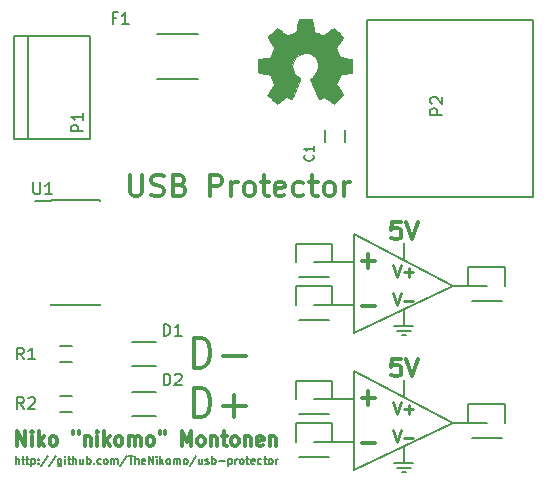
<source format=gto>
G04 #@! TF.FileFunction,Legend,Top*
%FSLAX46Y46*%
G04 Gerber Fmt 4.6, Leading zero omitted, Abs format (unit mm)*
G04 Created by KiCad (PCBNEW (2015-06-20 BZR 5796, Git fe7bc27)-product) date 22.6.2015 5:54:44*
%MOMM*%
G01*
G04 APERTURE LIST*
%ADD10C,0.100000*%
%ADD11C,0.150000*%
%ADD12C,0.300000*%
%ADD13C,0.200000*%
%ADD14C,0.250000*%
%ADD15C,0.002540*%
G04 APERTURE END LIST*
D10*
D11*
X100734525Y-98694048D02*
X100734525Y-98044048D01*
X101013096Y-98694048D02*
X101013096Y-98353571D01*
X100982144Y-98291667D01*
X100920239Y-98260714D01*
X100827382Y-98260714D01*
X100765477Y-98291667D01*
X100734525Y-98322619D01*
X101229763Y-98260714D02*
X101477382Y-98260714D01*
X101322620Y-98044048D02*
X101322620Y-98601190D01*
X101353572Y-98663095D01*
X101415477Y-98694048D01*
X101477382Y-98694048D01*
X101601192Y-98260714D02*
X101848811Y-98260714D01*
X101694049Y-98044048D02*
X101694049Y-98601190D01*
X101725001Y-98663095D01*
X101786906Y-98694048D01*
X101848811Y-98694048D01*
X102065478Y-98260714D02*
X102065478Y-98910714D01*
X102065478Y-98291667D02*
X102127383Y-98260714D01*
X102251192Y-98260714D01*
X102313097Y-98291667D01*
X102344049Y-98322619D01*
X102375002Y-98384524D01*
X102375002Y-98570238D01*
X102344049Y-98632143D01*
X102313097Y-98663095D01*
X102251192Y-98694048D01*
X102127383Y-98694048D01*
X102065478Y-98663095D01*
X102653573Y-98632143D02*
X102684525Y-98663095D01*
X102653573Y-98694048D01*
X102622621Y-98663095D01*
X102653573Y-98632143D01*
X102653573Y-98694048D01*
X102653573Y-98291667D02*
X102684525Y-98322619D01*
X102653573Y-98353571D01*
X102622621Y-98322619D01*
X102653573Y-98291667D01*
X102653573Y-98353571D01*
X103427383Y-98013095D02*
X102870240Y-98848810D01*
X104108335Y-98013095D02*
X103551192Y-98848810D01*
X104603572Y-98260714D02*
X104603572Y-98786905D01*
X104572620Y-98848810D01*
X104541668Y-98879762D01*
X104479763Y-98910714D01*
X104386906Y-98910714D01*
X104325001Y-98879762D01*
X104603572Y-98663095D02*
X104541668Y-98694048D01*
X104417858Y-98694048D01*
X104355953Y-98663095D01*
X104325001Y-98632143D01*
X104294049Y-98570238D01*
X104294049Y-98384524D01*
X104325001Y-98322619D01*
X104355953Y-98291667D01*
X104417858Y-98260714D01*
X104541668Y-98260714D01*
X104603572Y-98291667D01*
X104913096Y-98694048D02*
X104913096Y-98260714D01*
X104913096Y-98044048D02*
X104882144Y-98075000D01*
X104913096Y-98105952D01*
X104944048Y-98075000D01*
X104913096Y-98044048D01*
X104913096Y-98105952D01*
X105129763Y-98260714D02*
X105377382Y-98260714D01*
X105222620Y-98044048D02*
X105222620Y-98601190D01*
X105253572Y-98663095D01*
X105315477Y-98694048D01*
X105377382Y-98694048D01*
X105594049Y-98694048D02*
X105594049Y-98044048D01*
X105872620Y-98694048D02*
X105872620Y-98353571D01*
X105841668Y-98291667D01*
X105779763Y-98260714D01*
X105686906Y-98260714D01*
X105625001Y-98291667D01*
X105594049Y-98322619D01*
X106460715Y-98260714D02*
X106460715Y-98694048D01*
X106182144Y-98260714D02*
X106182144Y-98601190D01*
X106213096Y-98663095D01*
X106275001Y-98694048D01*
X106367858Y-98694048D01*
X106429763Y-98663095D01*
X106460715Y-98632143D01*
X106770239Y-98694048D02*
X106770239Y-98044048D01*
X106770239Y-98291667D02*
X106832144Y-98260714D01*
X106955953Y-98260714D01*
X107017858Y-98291667D01*
X107048810Y-98322619D01*
X107079763Y-98384524D01*
X107079763Y-98570238D01*
X107048810Y-98632143D01*
X107017858Y-98663095D01*
X106955953Y-98694048D01*
X106832144Y-98694048D01*
X106770239Y-98663095D01*
X107358334Y-98632143D02*
X107389286Y-98663095D01*
X107358334Y-98694048D01*
X107327382Y-98663095D01*
X107358334Y-98632143D01*
X107358334Y-98694048D01*
X107946429Y-98663095D02*
X107884525Y-98694048D01*
X107760715Y-98694048D01*
X107698810Y-98663095D01*
X107667858Y-98632143D01*
X107636906Y-98570238D01*
X107636906Y-98384524D01*
X107667858Y-98322619D01*
X107698810Y-98291667D01*
X107760715Y-98260714D01*
X107884525Y-98260714D01*
X107946429Y-98291667D01*
X108317858Y-98694048D02*
X108255953Y-98663095D01*
X108225001Y-98632143D01*
X108194049Y-98570238D01*
X108194049Y-98384524D01*
X108225001Y-98322619D01*
X108255953Y-98291667D01*
X108317858Y-98260714D01*
X108410715Y-98260714D01*
X108472620Y-98291667D01*
X108503572Y-98322619D01*
X108534525Y-98384524D01*
X108534525Y-98570238D01*
X108503572Y-98632143D01*
X108472620Y-98663095D01*
X108410715Y-98694048D01*
X108317858Y-98694048D01*
X108813096Y-98694048D02*
X108813096Y-98260714D01*
X108813096Y-98322619D02*
X108844048Y-98291667D01*
X108905953Y-98260714D01*
X108998810Y-98260714D01*
X109060715Y-98291667D01*
X109091667Y-98353571D01*
X109091667Y-98694048D01*
X109091667Y-98353571D02*
X109122620Y-98291667D01*
X109184524Y-98260714D01*
X109277382Y-98260714D01*
X109339286Y-98291667D01*
X109370239Y-98353571D01*
X109370239Y-98694048D01*
X110144049Y-98013095D02*
X109586906Y-98848810D01*
X110267858Y-98044048D02*
X110639286Y-98044048D01*
X110453572Y-98694048D02*
X110453572Y-98044048D01*
X110855953Y-98694048D02*
X110855953Y-98044048D01*
X111134524Y-98694048D02*
X111134524Y-98353571D01*
X111103572Y-98291667D01*
X111041667Y-98260714D01*
X110948810Y-98260714D01*
X110886905Y-98291667D01*
X110855953Y-98322619D01*
X111691667Y-98663095D02*
X111629762Y-98694048D01*
X111505953Y-98694048D01*
X111444048Y-98663095D01*
X111413096Y-98601190D01*
X111413096Y-98353571D01*
X111444048Y-98291667D01*
X111505953Y-98260714D01*
X111629762Y-98260714D01*
X111691667Y-98291667D01*
X111722619Y-98353571D01*
X111722619Y-98415476D01*
X111413096Y-98477381D01*
X112001191Y-98694048D02*
X112001191Y-98044048D01*
X112372619Y-98694048D01*
X112372619Y-98044048D01*
X112682143Y-98694048D02*
X112682143Y-98260714D01*
X112682143Y-98044048D02*
X112651191Y-98075000D01*
X112682143Y-98105952D01*
X112713095Y-98075000D01*
X112682143Y-98044048D01*
X112682143Y-98105952D01*
X112991667Y-98694048D02*
X112991667Y-98044048D01*
X113053572Y-98446429D02*
X113239286Y-98694048D01*
X113239286Y-98260714D02*
X112991667Y-98508333D01*
X113610714Y-98694048D02*
X113548809Y-98663095D01*
X113517857Y-98632143D01*
X113486905Y-98570238D01*
X113486905Y-98384524D01*
X113517857Y-98322619D01*
X113548809Y-98291667D01*
X113610714Y-98260714D01*
X113703571Y-98260714D01*
X113765476Y-98291667D01*
X113796428Y-98322619D01*
X113827381Y-98384524D01*
X113827381Y-98570238D01*
X113796428Y-98632143D01*
X113765476Y-98663095D01*
X113703571Y-98694048D01*
X113610714Y-98694048D01*
X114105952Y-98694048D02*
X114105952Y-98260714D01*
X114105952Y-98322619D02*
X114136904Y-98291667D01*
X114198809Y-98260714D01*
X114291666Y-98260714D01*
X114353571Y-98291667D01*
X114384523Y-98353571D01*
X114384523Y-98694048D01*
X114384523Y-98353571D02*
X114415476Y-98291667D01*
X114477380Y-98260714D01*
X114570238Y-98260714D01*
X114632142Y-98291667D01*
X114663095Y-98353571D01*
X114663095Y-98694048D01*
X115065476Y-98694048D02*
X115003571Y-98663095D01*
X114972619Y-98632143D01*
X114941667Y-98570238D01*
X114941667Y-98384524D01*
X114972619Y-98322619D01*
X115003571Y-98291667D01*
X115065476Y-98260714D01*
X115158333Y-98260714D01*
X115220238Y-98291667D01*
X115251190Y-98322619D01*
X115282143Y-98384524D01*
X115282143Y-98570238D01*
X115251190Y-98632143D01*
X115220238Y-98663095D01*
X115158333Y-98694048D01*
X115065476Y-98694048D01*
X116025000Y-98013095D02*
X115467857Y-98848810D01*
X116520237Y-98260714D02*
X116520237Y-98694048D01*
X116241666Y-98260714D02*
X116241666Y-98601190D01*
X116272618Y-98663095D01*
X116334523Y-98694048D01*
X116427380Y-98694048D01*
X116489285Y-98663095D01*
X116520237Y-98632143D01*
X116798809Y-98663095D02*
X116860713Y-98694048D01*
X116984523Y-98694048D01*
X117046428Y-98663095D01*
X117077380Y-98601190D01*
X117077380Y-98570238D01*
X117046428Y-98508333D01*
X116984523Y-98477381D01*
X116891666Y-98477381D01*
X116829761Y-98446429D01*
X116798809Y-98384524D01*
X116798809Y-98353571D01*
X116829761Y-98291667D01*
X116891666Y-98260714D01*
X116984523Y-98260714D01*
X117046428Y-98291667D01*
X117355951Y-98694048D02*
X117355951Y-98044048D01*
X117355951Y-98291667D02*
X117417856Y-98260714D01*
X117541665Y-98260714D01*
X117603570Y-98291667D01*
X117634522Y-98322619D01*
X117665475Y-98384524D01*
X117665475Y-98570238D01*
X117634522Y-98632143D01*
X117603570Y-98663095D01*
X117541665Y-98694048D01*
X117417856Y-98694048D01*
X117355951Y-98663095D01*
X117944046Y-98446429D02*
X118439284Y-98446429D01*
X118748808Y-98260714D02*
X118748808Y-98910714D01*
X118748808Y-98291667D02*
X118810713Y-98260714D01*
X118934522Y-98260714D01*
X118996427Y-98291667D01*
X119027379Y-98322619D01*
X119058332Y-98384524D01*
X119058332Y-98570238D01*
X119027379Y-98632143D01*
X118996427Y-98663095D01*
X118934522Y-98694048D01*
X118810713Y-98694048D01*
X118748808Y-98663095D01*
X119336903Y-98694048D02*
X119336903Y-98260714D01*
X119336903Y-98384524D02*
X119367855Y-98322619D01*
X119398808Y-98291667D01*
X119460712Y-98260714D01*
X119522617Y-98260714D01*
X119832141Y-98694048D02*
X119770236Y-98663095D01*
X119739284Y-98632143D01*
X119708332Y-98570238D01*
X119708332Y-98384524D01*
X119739284Y-98322619D01*
X119770236Y-98291667D01*
X119832141Y-98260714D01*
X119924998Y-98260714D01*
X119986903Y-98291667D01*
X120017855Y-98322619D01*
X120048808Y-98384524D01*
X120048808Y-98570238D01*
X120017855Y-98632143D01*
X119986903Y-98663095D01*
X119924998Y-98694048D01*
X119832141Y-98694048D01*
X120234522Y-98260714D02*
X120482141Y-98260714D01*
X120327379Y-98044048D02*
X120327379Y-98601190D01*
X120358331Y-98663095D01*
X120420236Y-98694048D01*
X120482141Y-98694048D01*
X120946427Y-98663095D02*
X120884522Y-98694048D01*
X120760713Y-98694048D01*
X120698808Y-98663095D01*
X120667856Y-98601190D01*
X120667856Y-98353571D01*
X120698808Y-98291667D01*
X120760713Y-98260714D01*
X120884522Y-98260714D01*
X120946427Y-98291667D01*
X120977379Y-98353571D01*
X120977379Y-98415476D01*
X120667856Y-98477381D01*
X121534522Y-98663095D02*
X121472618Y-98694048D01*
X121348808Y-98694048D01*
X121286903Y-98663095D01*
X121255951Y-98632143D01*
X121224999Y-98570238D01*
X121224999Y-98384524D01*
X121255951Y-98322619D01*
X121286903Y-98291667D01*
X121348808Y-98260714D01*
X121472618Y-98260714D01*
X121534522Y-98291667D01*
X121720237Y-98260714D02*
X121967856Y-98260714D01*
X121813094Y-98044048D02*
X121813094Y-98601190D01*
X121844046Y-98663095D01*
X121905951Y-98694048D01*
X121967856Y-98694048D01*
X122277380Y-98694048D02*
X122215475Y-98663095D01*
X122184523Y-98632143D01*
X122153571Y-98570238D01*
X122153571Y-98384524D01*
X122184523Y-98322619D01*
X122215475Y-98291667D01*
X122277380Y-98260714D01*
X122370237Y-98260714D01*
X122432142Y-98291667D01*
X122463094Y-98322619D01*
X122494047Y-98384524D01*
X122494047Y-98570238D01*
X122463094Y-98632143D01*
X122432142Y-98663095D01*
X122370237Y-98694048D01*
X122277380Y-98694048D01*
X122772618Y-98694048D02*
X122772618Y-98260714D01*
X122772618Y-98384524D02*
X122803570Y-98322619D01*
X122834523Y-98291667D01*
X122896427Y-98260714D01*
X122958332Y-98260714D01*
D12*
X100857143Y-97142857D02*
X100857143Y-95942857D01*
X101542858Y-97142857D01*
X101542858Y-95942857D01*
X102114286Y-97142857D02*
X102114286Y-96342857D01*
X102114286Y-95942857D02*
X102057143Y-96000000D01*
X102114286Y-96057143D01*
X102171429Y-96000000D01*
X102114286Y-95942857D01*
X102114286Y-96057143D01*
X102685715Y-97142857D02*
X102685715Y-95942857D01*
X102800001Y-96685714D02*
X103142858Y-97142857D01*
X103142858Y-96342857D02*
X102685715Y-96800000D01*
X103828573Y-97142857D02*
X103714287Y-97085714D01*
X103657144Y-97028571D01*
X103600001Y-96914286D01*
X103600001Y-96571429D01*
X103657144Y-96457143D01*
X103714287Y-96400000D01*
X103828573Y-96342857D01*
X104000001Y-96342857D01*
X104114287Y-96400000D01*
X104171430Y-96457143D01*
X104228573Y-96571429D01*
X104228573Y-96914286D01*
X104171430Y-97028571D01*
X104114287Y-97085714D01*
X104000001Y-97142857D01*
X103828573Y-97142857D01*
X105600001Y-95942857D02*
X105600001Y-96171429D01*
X106057144Y-95942857D02*
X106057144Y-96171429D01*
X106571430Y-96342857D02*
X106571430Y-97142857D01*
X106571430Y-96457143D02*
X106628573Y-96400000D01*
X106742859Y-96342857D01*
X106914287Y-96342857D01*
X107028573Y-96400000D01*
X107085716Y-96514286D01*
X107085716Y-97142857D01*
X107657144Y-97142857D02*
X107657144Y-96342857D01*
X107657144Y-95942857D02*
X107600001Y-96000000D01*
X107657144Y-96057143D01*
X107714287Y-96000000D01*
X107657144Y-95942857D01*
X107657144Y-96057143D01*
X108228573Y-97142857D02*
X108228573Y-95942857D01*
X108342859Y-96685714D02*
X108685716Y-97142857D01*
X108685716Y-96342857D02*
X108228573Y-96800000D01*
X109371431Y-97142857D02*
X109257145Y-97085714D01*
X109200002Y-97028571D01*
X109142859Y-96914286D01*
X109142859Y-96571429D01*
X109200002Y-96457143D01*
X109257145Y-96400000D01*
X109371431Y-96342857D01*
X109542859Y-96342857D01*
X109657145Y-96400000D01*
X109714288Y-96457143D01*
X109771431Y-96571429D01*
X109771431Y-96914286D01*
X109714288Y-97028571D01*
X109657145Y-97085714D01*
X109542859Y-97142857D01*
X109371431Y-97142857D01*
X110285716Y-97142857D02*
X110285716Y-96342857D01*
X110285716Y-96457143D02*
X110342859Y-96400000D01*
X110457145Y-96342857D01*
X110628573Y-96342857D01*
X110742859Y-96400000D01*
X110800002Y-96514286D01*
X110800002Y-97142857D01*
X110800002Y-96514286D02*
X110857145Y-96400000D01*
X110971431Y-96342857D01*
X111142859Y-96342857D01*
X111257145Y-96400000D01*
X111314288Y-96514286D01*
X111314288Y-97142857D01*
X112057145Y-97142857D02*
X111942859Y-97085714D01*
X111885716Y-97028571D01*
X111828573Y-96914286D01*
X111828573Y-96571429D01*
X111885716Y-96457143D01*
X111942859Y-96400000D01*
X112057145Y-96342857D01*
X112228573Y-96342857D01*
X112342859Y-96400000D01*
X112400002Y-96457143D01*
X112457145Y-96571429D01*
X112457145Y-96914286D01*
X112400002Y-97028571D01*
X112342859Y-97085714D01*
X112228573Y-97142857D01*
X112057145Y-97142857D01*
X112914287Y-95942857D02*
X112914287Y-96171429D01*
X113371430Y-95942857D02*
X113371430Y-96171429D01*
X114800002Y-97142857D02*
X114800002Y-95942857D01*
X115200002Y-96800000D01*
X115600002Y-95942857D01*
X115600002Y-97142857D01*
X116342860Y-97142857D02*
X116228574Y-97085714D01*
X116171431Y-97028571D01*
X116114288Y-96914286D01*
X116114288Y-96571429D01*
X116171431Y-96457143D01*
X116228574Y-96400000D01*
X116342860Y-96342857D01*
X116514288Y-96342857D01*
X116628574Y-96400000D01*
X116685717Y-96457143D01*
X116742860Y-96571429D01*
X116742860Y-96914286D01*
X116685717Y-97028571D01*
X116628574Y-97085714D01*
X116514288Y-97142857D01*
X116342860Y-97142857D01*
X117257145Y-96342857D02*
X117257145Y-97142857D01*
X117257145Y-96457143D02*
X117314288Y-96400000D01*
X117428574Y-96342857D01*
X117600002Y-96342857D01*
X117714288Y-96400000D01*
X117771431Y-96514286D01*
X117771431Y-97142857D01*
X118171431Y-96342857D02*
X118628574Y-96342857D01*
X118342859Y-95942857D02*
X118342859Y-96971429D01*
X118400002Y-97085714D01*
X118514288Y-97142857D01*
X118628574Y-97142857D01*
X119200002Y-97142857D02*
X119085716Y-97085714D01*
X119028573Y-97028571D01*
X118971430Y-96914286D01*
X118971430Y-96571429D01*
X119028573Y-96457143D01*
X119085716Y-96400000D01*
X119200002Y-96342857D01*
X119371430Y-96342857D01*
X119485716Y-96400000D01*
X119542859Y-96457143D01*
X119600002Y-96571429D01*
X119600002Y-96914286D01*
X119542859Y-97028571D01*
X119485716Y-97085714D01*
X119371430Y-97142857D01*
X119200002Y-97142857D01*
X120114287Y-96342857D02*
X120114287Y-97142857D01*
X120114287Y-96457143D02*
X120171430Y-96400000D01*
X120285716Y-96342857D01*
X120457144Y-96342857D01*
X120571430Y-96400000D01*
X120628573Y-96514286D01*
X120628573Y-97142857D01*
X121657144Y-97085714D02*
X121542858Y-97142857D01*
X121314287Y-97142857D01*
X121200001Y-97085714D01*
X121142858Y-96971429D01*
X121142858Y-96514286D01*
X121200001Y-96400000D01*
X121314287Y-96342857D01*
X121542858Y-96342857D01*
X121657144Y-96400000D01*
X121714287Y-96514286D01*
X121714287Y-96628571D01*
X121142858Y-96742857D01*
X122228572Y-96342857D02*
X122228572Y-97142857D01*
X122228572Y-96457143D02*
X122285715Y-96400000D01*
X122400001Y-96342857D01*
X122571429Y-96342857D01*
X122685715Y-96400000D01*
X122742858Y-96514286D01*
X122742858Y-97142857D01*
X110428572Y-74214286D02*
X110428572Y-75671429D01*
X110514287Y-75842857D01*
X110600001Y-75928571D01*
X110771430Y-76014286D01*
X111114287Y-76014286D01*
X111285715Y-75928571D01*
X111371430Y-75842857D01*
X111457144Y-75671429D01*
X111457144Y-74214286D01*
X112228572Y-75928571D02*
X112485715Y-76014286D01*
X112914286Y-76014286D01*
X113085715Y-75928571D01*
X113171429Y-75842857D01*
X113257144Y-75671429D01*
X113257144Y-75500000D01*
X113171429Y-75328571D01*
X113085715Y-75242857D01*
X112914286Y-75157143D01*
X112571429Y-75071429D01*
X112400001Y-74985714D01*
X112314286Y-74900000D01*
X112228572Y-74728571D01*
X112228572Y-74557143D01*
X112314286Y-74385714D01*
X112400001Y-74300000D01*
X112571429Y-74214286D01*
X113000001Y-74214286D01*
X113257144Y-74300000D01*
X114628572Y-75071429D02*
X114885715Y-75157143D01*
X114971430Y-75242857D01*
X115057144Y-75414286D01*
X115057144Y-75671429D01*
X114971430Y-75842857D01*
X114885715Y-75928571D01*
X114714287Y-76014286D01*
X114028572Y-76014286D01*
X114028572Y-74214286D01*
X114628572Y-74214286D01*
X114800001Y-74300000D01*
X114885715Y-74385714D01*
X114971430Y-74557143D01*
X114971430Y-74728571D01*
X114885715Y-74900000D01*
X114800001Y-74985714D01*
X114628572Y-75071429D01*
X114028572Y-75071429D01*
X117200001Y-76014286D02*
X117200001Y-74214286D01*
X117885716Y-74214286D01*
X118057144Y-74300000D01*
X118142859Y-74385714D01*
X118228573Y-74557143D01*
X118228573Y-74814286D01*
X118142859Y-74985714D01*
X118057144Y-75071429D01*
X117885716Y-75157143D01*
X117200001Y-75157143D01*
X119000001Y-76014286D02*
X119000001Y-74814286D01*
X119000001Y-75157143D02*
X119085716Y-74985714D01*
X119171430Y-74900000D01*
X119342859Y-74814286D01*
X119514287Y-74814286D01*
X120371430Y-76014286D02*
X120200002Y-75928571D01*
X120114287Y-75842857D01*
X120028573Y-75671429D01*
X120028573Y-75157143D01*
X120114287Y-74985714D01*
X120200002Y-74900000D01*
X120371430Y-74814286D01*
X120628573Y-74814286D01*
X120800002Y-74900000D01*
X120885716Y-74985714D01*
X120971430Y-75157143D01*
X120971430Y-75671429D01*
X120885716Y-75842857D01*
X120800002Y-75928571D01*
X120628573Y-76014286D01*
X120371430Y-76014286D01*
X121485716Y-74814286D02*
X122171430Y-74814286D01*
X121742858Y-74214286D02*
X121742858Y-75757143D01*
X121828573Y-75928571D01*
X122000001Y-76014286D01*
X122171430Y-76014286D01*
X123457144Y-75928571D02*
X123285715Y-76014286D01*
X122942858Y-76014286D01*
X122771429Y-75928571D01*
X122685715Y-75757143D01*
X122685715Y-75071429D01*
X122771429Y-74900000D01*
X122942858Y-74814286D01*
X123285715Y-74814286D01*
X123457144Y-74900000D01*
X123542858Y-75071429D01*
X123542858Y-75242857D01*
X122685715Y-75414286D01*
X125085715Y-75928571D02*
X124914286Y-76014286D01*
X124571429Y-76014286D01*
X124400001Y-75928571D01*
X124314286Y-75842857D01*
X124228572Y-75671429D01*
X124228572Y-75157143D01*
X124314286Y-74985714D01*
X124400001Y-74900000D01*
X124571429Y-74814286D01*
X124914286Y-74814286D01*
X125085715Y-74900000D01*
X125600001Y-74814286D02*
X126285715Y-74814286D01*
X125857143Y-74214286D02*
X125857143Y-75757143D01*
X125942858Y-75928571D01*
X126114286Y-76014286D01*
X126285715Y-76014286D01*
X127142857Y-76014286D02*
X126971429Y-75928571D01*
X126885714Y-75842857D01*
X126800000Y-75671429D01*
X126800000Y-75157143D01*
X126885714Y-74985714D01*
X126971429Y-74900000D01*
X127142857Y-74814286D01*
X127400000Y-74814286D01*
X127571429Y-74900000D01*
X127657143Y-74985714D01*
X127742857Y-75157143D01*
X127742857Y-75671429D01*
X127657143Y-75842857D01*
X127571429Y-75928571D01*
X127400000Y-76014286D01*
X127142857Y-76014286D01*
X128514285Y-76014286D02*
X128514285Y-74814286D01*
X128514285Y-75157143D02*
X128600000Y-74985714D01*
X128685714Y-74900000D01*
X128857143Y-74814286D01*
X129028571Y-74814286D01*
D13*
X140600000Y-83600000D02*
X137800000Y-83600000D01*
X129400000Y-90800000D02*
X129400000Y-99200000D01*
X126000000Y-93200000D02*
X129400000Y-93200000D01*
X126000000Y-96800000D02*
X129400000Y-96800000D01*
X129400000Y-90800000D02*
X137800000Y-95200000D01*
X140600000Y-95200000D02*
X137800000Y-95200000D01*
D12*
X130028572Y-93107143D02*
X131171429Y-93107143D01*
X130600000Y-93678571D02*
X130600000Y-92535714D01*
X130028572Y-96907143D02*
X131171429Y-96907143D01*
D14*
X132647619Y-93452381D02*
X132980952Y-94452381D01*
X133314286Y-93452381D01*
X133647619Y-94071429D02*
X134409524Y-94071429D01*
X134028572Y-94452381D02*
X134028572Y-93690476D01*
X132647619Y-95852381D02*
X132980952Y-96852381D01*
X133314286Y-95852381D01*
X133647619Y-96471429D02*
X134409524Y-96471429D01*
D13*
X133600000Y-97200000D02*
X133600000Y-98600000D01*
X132800000Y-98600000D02*
X134400000Y-98600000D01*
X133000000Y-99000000D02*
X134200000Y-99000000D01*
X133400000Y-99400000D02*
X133800000Y-99400000D01*
X133600000Y-91600000D02*
X133600000Y-93000000D01*
D12*
X133314287Y-89778571D02*
X132600001Y-89778571D01*
X132528572Y-90492857D01*
X132600001Y-90421429D01*
X132742858Y-90350000D01*
X133100001Y-90350000D01*
X133242858Y-90421429D01*
X133314287Y-90492857D01*
X133385715Y-90635714D01*
X133385715Y-90992857D01*
X133314287Y-91135714D01*
X133242858Y-91207143D01*
X133100001Y-91278571D01*
X132742858Y-91278571D01*
X132600001Y-91207143D01*
X132528572Y-91135714D01*
X133814286Y-89778571D02*
X134314286Y-91278571D01*
X134814286Y-89778571D01*
D13*
X129400000Y-99200000D02*
X137800000Y-95200000D01*
X129400000Y-87600000D02*
X137800000Y-83600000D01*
D12*
X133314287Y-78178571D02*
X132600001Y-78178571D01*
X132528572Y-78892857D01*
X132600001Y-78821429D01*
X132742858Y-78750000D01*
X133100001Y-78750000D01*
X133242858Y-78821429D01*
X133314287Y-78892857D01*
X133385715Y-79035714D01*
X133385715Y-79392857D01*
X133314287Y-79535714D01*
X133242858Y-79607143D01*
X133100001Y-79678571D01*
X132742858Y-79678571D01*
X132600001Y-79607143D01*
X132528572Y-79535714D01*
X133814286Y-78178571D02*
X134314286Y-79678571D01*
X134814286Y-78178571D01*
D13*
X133600000Y-80000000D02*
X133600000Y-81400000D01*
X133400000Y-87800000D02*
X133800000Y-87800000D01*
X133000000Y-87400000D02*
X134200000Y-87400000D01*
X132800000Y-87000000D02*
X134400000Y-87000000D01*
X133600000Y-85600000D02*
X133600000Y-87000000D01*
D14*
X132647619Y-84252381D02*
X132980952Y-85252381D01*
X133314286Y-84252381D01*
X133647619Y-84871429D02*
X134409524Y-84871429D01*
X132647619Y-81852381D02*
X132980952Y-82852381D01*
X133314286Y-81852381D01*
X133647619Y-82471429D02*
X134409524Y-82471429D01*
X134028572Y-82852381D02*
X134028572Y-82090476D01*
D12*
X130028572Y-85307143D02*
X131171429Y-85307143D01*
X130028572Y-81507143D02*
X131171429Y-81507143D01*
X130600000Y-82078571D02*
X130600000Y-80935714D01*
D13*
X129400000Y-79200000D02*
X137800000Y-83600000D01*
X126000000Y-85200000D02*
X129400000Y-85200000D01*
X126000000Y-81600000D02*
X129400000Y-81600000D01*
X129400000Y-79200000D02*
X129400000Y-87600000D01*
D12*
X115797619Y-90530952D02*
X115797619Y-88030952D01*
X116392857Y-88030952D01*
X116750000Y-88150000D01*
X116988095Y-88388095D01*
X117107143Y-88626190D01*
X117226191Y-89102381D01*
X117226191Y-89459524D01*
X117107143Y-89935714D01*
X116988095Y-90173810D01*
X116750000Y-90411905D01*
X116392857Y-90530952D01*
X115797619Y-90530952D01*
X118297619Y-89578571D02*
X120202381Y-89578571D01*
X115797619Y-94730952D02*
X115797619Y-92230952D01*
X116392857Y-92230952D01*
X116750000Y-92350000D01*
X116988095Y-92588095D01*
X117107143Y-92826190D01*
X117226191Y-93302381D01*
X117226191Y-93659524D01*
X117107143Y-94135714D01*
X116988095Y-94373810D01*
X116750000Y-94611905D01*
X116392857Y-94730952D01*
X115797619Y-94730952D01*
X118297619Y-93778571D02*
X120202381Y-93778571D01*
X119250000Y-94730952D02*
X119250000Y-92826190D01*
D11*
X126925000Y-70425000D02*
X126925000Y-71425000D01*
X128625000Y-71425000D02*
X128625000Y-70425000D01*
X110600000Y-90425000D02*
X112600000Y-90425000D01*
X112600000Y-88375000D02*
X110600000Y-88375000D01*
X110600000Y-94625000D02*
X112600000Y-94625000D01*
X112600000Y-92575000D02*
X110600000Y-92575000D01*
X112672800Y-66079600D02*
X116127200Y-66079600D01*
X112672800Y-62320400D02*
X116127200Y-62320400D01*
X100582540Y-62449100D02*
X100582540Y-71149100D01*
X106987540Y-62449100D02*
X106987540Y-71149100D01*
X106987540Y-71149100D02*
X100582540Y-71149100D01*
X101812540Y-71149100D02*
X101812540Y-62449100D01*
X100582540Y-62449100D02*
X106987540Y-62449100D01*
X130454880Y-61150140D02*
X144551880Y-61150140D01*
X144551880Y-76136140D02*
X130454880Y-76136140D01*
X130454880Y-61150140D02*
X130454880Y-76136140D01*
X144551880Y-61150140D02*
X144551880Y-76136140D01*
X127550000Y-80050000D02*
X127550000Y-81600000D01*
X124450000Y-81600000D02*
X124450000Y-80050000D01*
X124450000Y-80050000D02*
X127550000Y-80050000D01*
X124730000Y-82870000D02*
X127270000Y-82870000D01*
X127550000Y-83650000D02*
X127550000Y-85200000D01*
X124450000Y-85200000D02*
X124450000Y-83650000D01*
X124450000Y-83650000D02*
X127550000Y-83650000D01*
X124730000Y-86470000D02*
X127270000Y-86470000D01*
X142150000Y-82050000D02*
X142150000Y-83600000D01*
X139050000Y-83600000D02*
X139050000Y-82050000D01*
X139050000Y-82050000D02*
X142150000Y-82050000D01*
X139330000Y-84870000D02*
X141870000Y-84870000D01*
X127550000Y-91650000D02*
X127550000Y-93200000D01*
X124450000Y-93200000D02*
X124450000Y-91650000D01*
X124450000Y-91650000D02*
X127550000Y-91650000D01*
X124730000Y-94470000D02*
X127270000Y-94470000D01*
X127550000Y-95250000D02*
X127550000Y-96800000D01*
X124450000Y-96800000D02*
X124450000Y-95250000D01*
X124450000Y-95250000D02*
X127550000Y-95250000D01*
X124730000Y-98070000D02*
X127270000Y-98070000D01*
X142150000Y-93650000D02*
X142150000Y-95200000D01*
X139050000Y-95200000D02*
X139050000Y-93650000D01*
X139050000Y-93650000D02*
X142150000Y-93650000D01*
X139330000Y-96470000D02*
X141870000Y-96470000D01*
X105500000Y-90075000D02*
X104500000Y-90075000D01*
X104500000Y-88725000D02*
X105500000Y-88725000D01*
X105500000Y-94275000D02*
X104500000Y-94275000D01*
X104500000Y-92925000D02*
X105500000Y-92925000D01*
X103725000Y-76350000D02*
X103725000Y-76465000D01*
X107875000Y-76350000D02*
X107875000Y-76465000D01*
X107875000Y-85250000D02*
X107875000Y-85135000D01*
X103725000Y-85250000D02*
X103725000Y-85135000D01*
X103725000Y-76350000D02*
X107875000Y-76350000D01*
X103725000Y-85250000D02*
X107875000Y-85250000D01*
X103725000Y-76465000D02*
X102350000Y-76465000D01*
D15*
G36*
X122826840Y-68191560D02*
X122867480Y-68171240D01*
X122961460Y-68112820D01*
X123096080Y-68023920D01*
X123253560Y-67919780D01*
X123411040Y-67810560D01*
X123540580Y-67724200D01*
X123632020Y-67665780D01*
X123670120Y-67645460D01*
X123690440Y-67650540D01*
X123766640Y-67688640D01*
X123875860Y-67744520D01*
X123939360Y-67777540D01*
X124038420Y-67820720D01*
X124089220Y-67830880D01*
X124096840Y-67815640D01*
X124134940Y-67739440D01*
X124190820Y-67607360D01*
X124267020Y-67434640D01*
X124353380Y-67231440D01*
X124447360Y-67013000D01*
X124538800Y-66789480D01*
X124627700Y-66576120D01*
X124706440Y-66385620D01*
X124769940Y-66230680D01*
X124810580Y-66121460D01*
X124825820Y-66075740D01*
X124820740Y-66065580D01*
X124769940Y-66017320D01*
X124683580Y-65951280D01*
X124493080Y-65796340D01*
X124307660Y-65562660D01*
X124193360Y-65298500D01*
X124155260Y-65003860D01*
X124188280Y-64732080D01*
X124294960Y-64470460D01*
X124477840Y-64234240D01*
X124698820Y-64058980D01*
X124957900Y-63947220D01*
X125250000Y-63911660D01*
X125529400Y-63942140D01*
X125796100Y-64048820D01*
X126032320Y-64229160D01*
X126131380Y-64343460D01*
X126268540Y-64582220D01*
X126347280Y-64838760D01*
X126354900Y-64902260D01*
X126344740Y-65184200D01*
X126260920Y-65453440D01*
X126113600Y-65694740D01*
X125907860Y-65890320D01*
X125879920Y-65910640D01*
X125785940Y-65981760D01*
X125722440Y-66030020D01*
X125671640Y-66070660D01*
X126029780Y-66931720D01*
X126085660Y-67068880D01*
X126184720Y-67305100D01*
X126271080Y-67508300D01*
X126339660Y-67668320D01*
X126387920Y-67777540D01*
X126408240Y-67820720D01*
X126410780Y-67823260D01*
X126441260Y-67828340D01*
X126507300Y-67802940D01*
X126626680Y-67744520D01*
X126707960Y-67703880D01*
X126799400Y-67660700D01*
X126840040Y-67645460D01*
X126875600Y-67663240D01*
X126961960Y-67721660D01*
X127091500Y-67805480D01*
X127243900Y-67909620D01*
X127391220Y-68011220D01*
X127525840Y-68100120D01*
X127624900Y-68161080D01*
X127673160Y-68189020D01*
X127680780Y-68189020D01*
X127721420Y-68163620D01*
X127800160Y-68100120D01*
X127917000Y-67988360D01*
X128082100Y-67825800D01*
X128107500Y-67800400D01*
X128244660Y-67660700D01*
X128356420Y-67543860D01*
X128430080Y-67462580D01*
X128455480Y-67424480D01*
X128455480Y-67424480D01*
X128432620Y-67376220D01*
X128369120Y-67279700D01*
X128280220Y-67142540D01*
X128171000Y-66982520D01*
X127886520Y-66568500D01*
X128044000Y-66177340D01*
X128092260Y-66057960D01*
X128153220Y-65913180D01*
X128196400Y-65809040D01*
X128221800Y-65763320D01*
X128262440Y-65748080D01*
X128371660Y-65722680D01*
X128526600Y-65689660D01*
X128709480Y-65656640D01*
X128887280Y-65623620D01*
X129047300Y-65593140D01*
X129161600Y-65570280D01*
X129212400Y-65560120D01*
X129225100Y-65552500D01*
X129235260Y-65527100D01*
X129242880Y-65473760D01*
X129245420Y-65377240D01*
X129247960Y-65224840D01*
X129247960Y-65003860D01*
X129247960Y-64981000D01*
X129245420Y-64770180D01*
X129242880Y-64602540D01*
X129237800Y-64493320D01*
X129230180Y-64450140D01*
X129230180Y-64450140D01*
X129179380Y-64437440D01*
X129067620Y-64414580D01*
X128907600Y-64381560D01*
X128717100Y-64346000D01*
X128706940Y-64343460D01*
X128516440Y-64307900D01*
X128358960Y-64274880D01*
X128247200Y-64249480D01*
X128201480Y-64234240D01*
X128191320Y-64221540D01*
X128153220Y-64147880D01*
X128097340Y-64031040D01*
X128036380Y-63886260D01*
X127972880Y-63738940D01*
X127919540Y-63604320D01*
X127883980Y-63505260D01*
X127873820Y-63459540D01*
X127873820Y-63459540D01*
X127901760Y-63413820D01*
X127967800Y-63314760D01*
X128059240Y-63180140D01*
X128171000Y-63017580D01*
X128178620Y-63004880D01*
X128287840Y-62844860D01*
X128376740Y-62710240D01*
X128435160Y-62613720D01*
X128455480Y-62570540D01*
X128455480Y-62568000D01*
X128419920Y-62519740D01*
X128338640Y-62430840D01*
X128221800Y-62308920D01*
X128082100Y-62166680D01*
X128036380Y-62123500D01*
X127881440Y-61971100D01*
X127774760Y-61872040D01*
X127706180Y-61818700D01*
X127673160Y-61806000D01*
X127673160Y-61808540D01*
X127624900Y-61836480D01*
X127523300Y-61902520D01*
X127386140Y-61996500D01*
X127223580Y-62105720D01*
X127213420Y-62113340D01*
X127053400Y-62222560D01*
X126921320Y-62311460D01*
X126824800Y-62374960D01*
X126784160Y-62400360D01*
X126776540Y-62400360D01*
X126713040Y-62380040D01*
X126598740Y-62341940D01*
X126459040Y-62286060D01*
X126311720Y-62227640D01*
X126177100Y-62171760D01*
X126075500Y-62123500D01*
X126027240Y-62098100D01*
X126027240Y-62095560D01*
X126009460Y-62037140D01*
X125981520Y-61917760D01*
X125948500Y-61752660D01*
X125910400Y-61557080D01*
X125905320Y-61526600D01*
X125869760Y-61336100D01*
X125839280Y-61178620D01*
X125816420Y-61069400D01*
X125803720Y-61023680D01*
X125778320Y-61018600D01*
X125684340Y-61010980D01*
X125542100Y-61008440D01*
X125369380Y-61005900D01*
X125189040Y-61008440D01*
X125013780Y-61010980D01*
X124861380Y-61016060D01*
X124754700Y-61023680D01*
X124708980Y-61033840D01*
X124706440Y-61036380D01*
X124691200Y-61094800D01*
X124665800Y-61214180D01*
X124630240Y-61379280D01*
X124592140Y-61577400D01*
X124587060Y-61610420D01*
X124551500Y-61800920D01*
X124518480Y-61955860D01*
X124495620Y-62065080D01*
X124482920Y-62105720D01*
X124467680Y-62115880D01*
X124388940Y-62148900D01*
X124261940Y-62202240D01*
X124101920Y-62265740D01*
X123736160Y-62415600D01*
X123289120Y-62105720D01*
X123245940Y-62077780D01*
X123085920Y-61968560D01*
X122951300Y-61879660D01*
X122859860Y-61821240D01*
X122821760Y-61798380D01*
X122819220Y-61800920D01*
X122773500Y-61839020D01*
X122684600Y-61922840D01*
X122562680Y-62042220D01*
X122422980Y-62181920D01*
X122318840Y-62286060D01*
X122194380Y-62413060D01*
X122115640Y-62496880D01*
X122072460Y-62552760D01*
X122057220Y-62585780D01*
X122062300Y-62606100D01*
X122090240Y-62651820D01*
X122156280Y-62750880D01*
X122247720Y-62888040D01*
X122356940Y-63045520D01*
X122448380Y-63180140D01*
X122544900Y-63330000D01*
X122608400Y-63436680D01*
X122631260Y-63490020D01*
X122626180Y-63512880D01*
X122593160Y-63599240D01*
X122539820Y-63733860D01*
X122473780Y-63891340D01*
X122316300Y-64246940D01*
X122082620Y-64290120D01*
X121942920Y-64318060D01*
X121744800Y-64356160D01*
X121556840Y-64391720D01*
X121262200Y-64450140D01*
X121252040Y-65532180D01*
X121297760Y-65552500D01*
X121340940Y-65565200D01*
X121450160Y-65588060D01*
X121605100Y-65618540D01*
X121790520Y-65654100D01*
X121945460Y-65684580D01*
X122105480Y-65712520D01*
X122217240Y-65735380D01*
X122268040Y-65745540D01*
X122280740Y-65763320D01*
X122321380Y-65839520D01*
X122377260Y-65961440D01*
X122438220Y-66108760D01*
X122501720Y-66258620D01*
X122557600Y-66398320D01*
X122598240Y-66505000D01*
X122610940Y-66560880D01*
X122590620Y-66604060D01*
X122529660Y-66695500D01*
X122443300Y-66827580D01*
X122336620Y-66985060D01*
X122227400Y-67142540D01*
X122138500Y-67277160D01*
X122075000Y-67373680D01*
X122049600Y-67416860D01*
X122062300Y-67447340D01*
X122123260Y-67523540D01*
X122242640Y-67645460D01*
X122417900Y-67820720D01*
X122448380Y-67848660D01*
X122588080Y-67983280D01*
X122707460Y-68092500D01*
X122788740Y-68166160D01*
X122826840Y-68191560D01*
X122826840Y-68191560D01*
G37*
X122826840Y-68191560D02*
X122867480Y-68171240D01*
X122961460Y-68112820D01*
X123096080Y-68023920D01*
X123253560Y-67919780D01*
X123411040Y-67810560D01*
X123540580Y-67724200D01*
X123632020Y-67665780D01*
X123670120Y-67645460D01*
X123690440Y-67650540D01*
X123766640Y-67688640D01*
X123875860Y-67744520D01*
X123939360Y-67777540D01*
X124038420Y-67820720D01*
X124089220Y-67830880D01*
X124096840Y-67815640D01*
X124134940Y-67739440D01*
X124190820Y-67607360D01*
X124267020Y-67434640D01*
X124353380Y-67231440D01*
X124447360Y-67013000D01*
X124538800Y-66789480D01*
X124627700Y-66576120D01*
X124706440Y-66385620D01*
X124769940Y-66230680D01*
X124810580Y-66121460D01*
X124825820Y-66075740D01*
X124820740Y-66065580D01*
X124769940Y-66017320D01*
X124683580Y-65951280D01*
X124493080Y-65796340D01*
X124307660Y-65562660D01*
X124193360Y-65298500D01*
X124155260Y-65003860D01*
X124188280Y-64732080D01*
X124294960Y-64470460D01*
X124477840Y-64234240D01*
X124698820Y-64058980D01*
X124957900Y-63947220D01*
X125250000Y-63911660D01*
X125529400Y-63942140D01*
X125796100Y-64048820D01*
X126032320Y-64229160D01*
X126131380Y-64343460D01*
X126268540Y-64582220D01*
X126347280Y-64838760D01*
X126354900Y-64902260D01*
X126344740Y-65184200D01*
X126260920Y-65453440D01*
X126113600Y-65694740D01*
X125907860Y-65890320D01*
X125879920Y-65910640D01*
X125785940Y-65981760D01*
X125722440Y-66030020D01*
X125671640Y-66070660D01*
X126029780Y-66931720D01*
X126085660Y-67068880D01*
X126184720Y-67305100D01*
X126271080Y-67508300D01*
X126339660Y-67668320D01*
X126387920Y-67777540D01*
X126408240Y-67820720D01*
X126410780Y-67823260D01*
X126441260Y-67828340D01*
X126507300Y-67802940D01*
X126626680Y-67744520D01*
X126707960Y-67703880D01*
X126799400Y-67660700D01*
X126840040Y-67645460D01*
X126875600Y-67663240D01*
X126961960Y-67721660D01*
X127091500Y-67805480D01*
X127243900Y-67909620D01*
X127391220Y-68011220D01*
X127525840Y-68100120D01*
X127624900Y-68161080D01*
X127673160Y-68189020D01*
X127680780Y-68189020D01*
X127721420Y-68163620D01*
X127800160Y-68100120D01*
X127917000Y-67988360D01*
X128082100Y-67825800D01*
X128107500Y-67800400D01*
X128244660Y-67660700D01*
X128356420Y-67543860D01*
X128430080Y-67462580D01*
X128455480Y-67424480D01*
X128455480Y-67424480D01*
X128432620Y-67376220D01*
X128369120Y-67279700D01*
X128280220Y-67142540D01*
X128171000Y-66982520D01*
X127886520Y-66568500D01*
X128044000Y-66177340D01*
X128092260Y-66057960D01*
X128153220Y-65913180D01*
X128196400Y-65809040D01*
X128221800Y-65763320D01*
X128262440Y-65748080D01*
X128371660Y-65722680D01*
X128526600Y-65689660D01*
X128709480Y-65656640D01*
X128887280Y-65623620D01*
X129047300Y-65593140D01*
X129161600Y-65570280D01*
X129212400Y-65560120D01*
X129225100Y-65552500D01*
X129235260Y-65527100D01*
X129242880Y-65473760D01*
X129245420Y-65377240D01*
X129247960Y-65224840D01*
X129247960Y-65003860D01*
X129247960Y-64981000D01*
X129245420Y-64770180D01*
X129242880Y-64602540D01*
X129237800Y-64493320D01*
X129230180Y-64450140D01*
X129230180Y-64450140D01*
X129179380Y-64437440D01*
X129067620Y-64414580D01*
X128907600Y-64381560D01*
X128717100Y-64346000D01*
X128706940Y-64343460D01*
X128516440Y-64307900D01*
X128358960Y-64274880D01*
X128247200Y-64249480D01*
X128201480Y-64234240D01*
X128191320Y-64221540D01*
X128153220Y-64147880D01*
X128097340Y-64031040D01*
X128036380Y-63886260D01*
X127972880Y-63738940D01*
X127919540Y-63604320D01*
X127883980Y-63505260D01*
X127873820Y-63459540D01*
X127873820Y-63459540D01*
X127901760Y-63413820D01*
X127967800Y-63314760D01*
X128059240Y-63180140D01*
X128171000Y-63017580D01*
X128178620Y-63004880D01*
X128287840Y-62844860D01*
X128376740Y-62710240D01*
X128435160Y-62613720D01*
X128455480Y-62570540D01*
X128455480Y-62568000D01*
X128419920Y-62519740D01*
X128338640Y-62430840D01*
X128221800Y-62308920D01*
X128082100Y-62166680D01*
X128036380Y-62123500D01*
X127881440Y-61971100D01*
X127774760Y-61872040D01*
X127706180Y-61818700D01*
X127673160Y-61806000D01*
X127673160Y-61808540D01*
X127624900Y-61836480D01*
X127523300Y-61902520D01*
X127386140Y-61996500D01*
X127223580Y-62105720D01*
X127213420Y-62113340D01*
X127053400Y-62222560D01*
X126921320Y-62311460D01*
X126824800Y-62374960D01*
X126784160Y-62400360D01*
X126776540Y-62400360D01*
X126713040Y-62380040D01*
X126598740Y-62341940D01*
X126459040Y-62286060D01*
X126311720Y-62227640D01*
X126177100Y-62171760D01*
X126075500Y-62123500D01*
X126027240Y-62098100D01*
X126027240Y-62095560D01*
X126009460Y-62037140D01*
X125981520Y-61917760D01*
X125948500Y-61752660D01*
X125910400Y-61557080D01*
X125905320Y-61526600D01*
X125869760Y-61336100D01*
X125839280Y-61178620D01*
X125816420Y-61069400D01*
X125803720Y-61023680D01*
X125778320Y-61018600D01*
X125684340Y-61010980D01*
X125542100Y-61008440D01*
X125369380Y-61005900D01*
X125189040Y-61008440D01*
X125013780Y-61010980D01*
X124861380Y-61016060D01*
X124754700Y-61023680D01*
X124708980Y-61033840D01*
X124706440Y-61036380D01*
X124691200Y-61094800D01*
X124665800Y-61214180D01*
X124630240Y-61379280D01*
X124592140Y-61577400D01*
X124587060Y-61610420D01*
X124551500Y-61800920D01*
X124518480Y-61955860D01*
X124495620Y-62065080D01*
X124482920Y-62105720D01*
X124467680Y-62115880D01*
X124388940Y-62148900D01*
X124261940Y-62202240D01*
X124101920Y-62265740D01*
X123736160Y-62415600D01*
X123289120Y-62105720D01*
X123245940Y-62077780D01*
X123085920Y-61968560D01*
X122951300Y-61879660D01*
X122859860Y-61821240D01*
X122821760Y-61798380D01*
X122819220Y-61800920D01*
X122773500Y-61839020D01*
X122684600Y-61922840D01*
X122562680Y-62042220D01*
X122422980Y-62181920D01*
X122318840Y-62286060D01*
X122194380Y-62413060D01*
X122115640Y-62496880D01*
X122072460Y-62552760D01*
X122057220Y-62585780D01*
X122062300Y-62606100D01*
X122090240Y-62651820D01*
X122156280Y-62750880D01*
X122247720Y-62888040D01*
X122356940Y-63045520D01*
X122448380Y-63180140D01*
X122544900Y-63330000D01*
X122608400Y-63436680D01*
X122631260Y-63490020D01*
X122626180Y-63512880D01*
X122593160Y-63599240D01*
X122539820Y-63733860D01*
X122473780Y-63891340D01*
X122316300Y-64246940D01*
X122082620Y-64290120D01*
X121942920Y-64318060D01*
X121744800Y-64356160D01*
X121556840Y-64391720D01*
X121262200Y-64450140D01*
X121252040Y-65532180D01*
X121297760Y-65552500D01*
X121340940Y-65565200D01*
X121450160Y-65588060D01*
X121605100Y-65618540D01*
X121790520Y-65654100D01*
X121945460Y-65684580D01*
X122105480Y-65712520D01*
X122217240Y-65735380D01*
X122268040Y-65745540D01*
X122280740Y-65763320D01*
X122321380Y-65839520D01*
X122377260Y-65961440D01*
X122438220Y-66108760D01*
X122501720Y-66258620D01*
X122557600Y-66398320D01*
X122598240Y-66505000D01*
X122610940Y-66560880D01*
X122590620Y-66604060D01*
X122529660Y-66695500D01*
X122443300Y-66827580D01*
X122336620Y-66985060D01*
X122227400Y-67142540D01*
X122138500Y-67277160D01*
X122075000Y-67373680D01*
X122049600Y-67416860D01*
X122062300Y-67447340D01*
X122123260Y-67523540D01*
X122242640Y-67645460D01*
X122417900Y-67820720D01*
X122448380Y-67848660D01*
X122588080Y-67983280D01*
X122707460Y-68092500D01*
X122788740Y-68166160D01*
X122826840Y-68191560D01*
D11*
X125885714Y-72533333D02*
X125923810Y-72571428D01*
X125961905Y-72685714D01*
X125961905Y-72761904D01*
X125923810Y-72876190D01*
X125847619Y-72952381D01*
X125771429Y-72990476D01*
X125619048Y-73028571D01*
X125504762Y-73028571D01*
X125352381Y-72990476D01*
X125276190Y-72952381D01*
X125200000Y-72876190D01*
X125161905Y-72761904D01*
X125161905Y-72685714D01*
X125200000Y-72571428D01*
X125238095Y-72533333D01*
X125961905Y-71771428D02*
X125961905Y-72228571D01*
X125961905Y-72000000D02*
X125161905Y-72000000D01*
X125276190Y-72076190D01*
X125352381Y-72152381D01*
X125390476Y-72228571D01*
X113261905Y-87852381D02*
X113261905Y-86852381D01*
X113500000Y-86852381D01*
X113642858Y-86900000D01*
X113738096Y-86995238D01*
X113785715Y-87090476D01*
X113833334Y-87280952D01*
X113833334Y-87423810D01*
X113785715Y-87614286D01*
X113738096Y-87709524D01*
X113642858Y-87804762D01*
X113500000Y-87852381D01*
X113261905Y-87852381D01*
X114785715Y-87852381D02*
X114214286Y-87852381D01*
X114500000Y-87852381D02*
X114500000Y-86852381D01*
X114404762Y-86995238D01*
X114309524Y-87090476D01*
X114214286Y-87138095D01*
X113261905Y-92052381D02*
X113261905Y-91052381D01*
X113500000Y-91052381D01*
X113642858Y-91100000D01*
X113738096Y-91195238D01*
X113785715Y-91290476D01*
X113833334Y-91480952D01*
X113833334Y-91623810D01*
X113785715Y-91814286D01*
X113738096Y-91909524D01*
X113642858Y-92004762D01*
X113500000Y-92052381D01*
X113261905Y-92052381D01*
X114214286Y-91147619D02*
X114261905Y-91100000D01*
X114357143Y-91052381D01*
X114595239Y-91052381D01*
X114690477Y-91100000D01*
X114738096Y-91147619D01*
X114785715Y-91242857D01*
X114785715Y-91338095D01*
X114738096Y-91480952D01*
X114166667Y-92052381D01*
X114785715Y-92052381D01*
X109266667Y-60928571D02*
X108933333Y-60928571D01*
X108933333Y-61452381D02*
X108933333Y-60452381D01*
X109409524Y-60452381D01*
X110314286Y-61452381D02*
X109742857Y-61452381D01*
X110028571Y-61452381D02*
X110028571Y-60452381D01*
X109933333Y-60595238D01*
X109838095Y-60690476D01*
X109742857Y-60738095D01*
X106452381Y-70538095D02*
X105452381Y-70538095D01*
X105452381Y-70157142D01*
X105500000Y-70061904D01*
X105547619Y-70014285D01*
X105642857Y-69966666D01*
X105785714Y-69966666D01*
X105880952Y-70014285D01*
X105928571Y-70061904D01*
X105976190Y-70157142D01*
X105976190Y-70538095D01*
X106452381Y-69014285D02*
X106452381Y-69585714D01*
X106452381Y-69300000D02*
X105452381Y-69300000D01*
X105595238Y-69395238D01*
X105690476Y-69490476D01*
X105738095Y-69585714D01*
X136852381Y-69138095D02*
X135852381Y-69138095D01*
X135852381Y-68757142D01*
X135900000Y-68661904D01*
X135947619Y-68614285D01*
X136042857Y-68566666D01*
X136185714Y-68566666D01*
X136280952Y-68614285D01*
X136328571Y-68661904D01*
X136376190Y-68757142D01*
X136376190Y-69138095D01*
X135947619Y-68185714D02*
X135900000Y-68138095D01*
X135852381Y-68042857D01*
X135852381Y-67804761D01*
X135900000Y-67709523D01*
X135947619Y-67661904D01*
X136042857Y-67614285D01*
X136138095Y-67614285D01*
X136280952Y-67661904D01*
X136852381Y-68233333D01*
X136852381Y-67614285D01*
X101433334Y-89852381D02*
X101100000Y-89376190D01*
X100861905Y-89852381D02*
X100861905Y-88852381D01*
X101242858Y-88852381D01*
X101338096Y-88900000D01*
X101385715Y-88947619D01*
X101433334Y-89042857D01*
X101433334Y-89185714D01*
X101385715Y-89280952D01*
X101338096Y-89328571D01*
X101242858Y-89376190D01*
X100861905Y-89376190D01*
X102385715Y-89852381D02*
X101814286Y-89852381D01*
X102100000Y-89852381D02*
X102100000Y-88852381D01*
X102004762Y-88995238D01*
X101909524Y-89090476D01*
X101814286Y-89138095D01*
X101433334Y-94052381D02*
X101100000Y-93576190D01*
X100861905Y-94052381D02*
X100861905Y-93052381D01*
X101242858Y-93052381D01*
X101338096Y-93100000D01*
X101385715Y-93147619D01*
X101433334Y-93242857D01*
X101433334Y-93385714D01*
X101385715Y-93480952D01*
X101338096Y-93528571D01*
X101242858Y-93576190D01*
X100861905Y-93576190D01*
X101814286Y-93147619D02*
X101861905Y-93100000D01*
X101957143Y-93052381D01*
X102195239Y-93052381D01*
X102290477Y-93100000D01*
X102338096Y-93147619D01*
X102385715Y-93242857D01*
X102385715Y-93338095D01*
X102338096Y-93480952D01*
X101766667Y-94052381D01*
X102385715Y-94052381D01*
X102238095Y-74852381D02*
X102238095Y-75661905D01*
X102285714Y-75757143D01*
X102333333Y-75804762D01*
X102428571Y-75852381D01*
X102619048Y-75852381D01*
X102714286Y-75804762D01*
X102761905Y-75757143D01*
X102809524Y-75661905D01*
X102809524Y-74852381D01*
X103809524Y-75852381D02*
X103238095Y-75852381D01*
X103523809Y-75852381D02*
X103523809Y-74852381D01*
X103428571Y-74995238D01*
X103333333Y-75090476D01*
X103238095Y-75138095D01*
M02*

</source>
